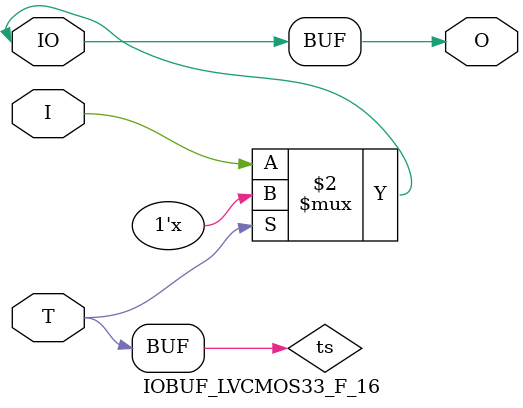
<source format=v>

/*

FUNCTION	: INPUT TRI-STATE OUTPUT BUFFER

*/

`celldefine
`timescale  100 ps / 10 ps

module IOBUF_LVCMOS33_F_16 (O, IO, I, T);

    output O;

    inout  IO;

    input  I, T;

    or O1 (ts, 1'b0, T);
    bufif0 T1 (IO, I, ts);

    buf B1 (O, IO);

endmodule

</source>
